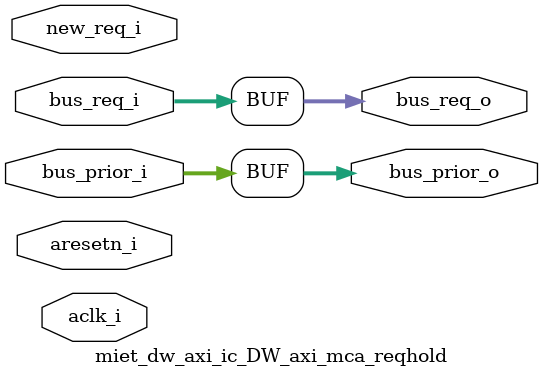
<source format=v>
/* ---------------------------------------------------------------------
**
// ------------------------------------------------------------------------------
// 
// Copyright 2001 - 2020 Synopsys, INC.
// 
// This Synopsys IP and all associated documentation are proprietary to
// Synopsys, Inc. and may only be used pursuant to the terms and conditions of a
// written license agreement with Synopsys, Inc. All other use, reproduction,
// modification, or distribution of the Synopsys IP or the associated
// documentation is strictly prohibited.
// 
// Component Name   : DW_axi
// Component Version: 4.04a
// Release Type     : GA
// ------------------------------------------------------------------------------

// 
// Release version :  4.04a
// File Version     :        $Revision: #9 $ 
// Revision: $Id: //dwh/DW_ocb/DW_axi/amba_dev/src/DW_axi_mca_reqhold.v#9 $ 
**
** ---------------------------------------------------------------------
**
** File     : DW_axi_mca_reqhold.v
//
//
** Created  : Tue May 24 17:09:09 MEST 2005
** Modified : $Date: 2020/03/22 $
** Abstract : This block performs the arbiter input signal holding for
**            any arbiter that has multi-cycle arbitration enabled.
**
** ---------------------------------------------------------------------
*/

`include "miet_dw_axi_ic_DW_axi_all_includes.vh"
module miet_dw_axi_ic_DW_axi_mca_reqhold (
  // Inputs - System.
  aclk_i,
  aresetn_i,

  // Inputs - Payload source.
  bus_req_i,
  bus_prior_i,
  
  // Inputs - Multi cycle arbitration control.
  new_req_i,

  // Outputs - Channel arbiter.
  bus_req_o,
  bus_prior_o
);

//----------------------------------------------------------------------
// MODULE PARAMETERS.
//----------------------------------------------------------------------
  parameter MCA_EN = 0; // 1 if multi cycle arbitration is enabled.

  parameter HOLD_PRIOR = 0; // 1 if this block should register priority
                            // values.
  
  parameter BUS_PRIOR_W = 0; // Width of priority input bus.

  parameter N = 2; // Numbre of request signals.

  parameter ARB_TYPE = 2; // Arbitration Type
       
//----------------------------------------------------------------------
// PORT DECLARATIONS
//----------------------------------------------------------------------
  // Inputs - System.
  input aclk_i;    // AXI system clock.
  input aresetn_i; // AXI system reset.

  // Inputs - Payload source.
  input [N-1:0]  bus_req_i; 
  input [BUS_PRIOR_W-1:0]  bus_prior_i; 

  // Inputs - Multi cycle arbitration control.
  input          new_req_i;

  // Outputs - Channel arbiter.
  output [N-1:0] bus_req_o; 
  output [BUS_PRIOR_W-1:0] bus_prior_o; 


  //--------------------------------------------------------------------
  // Register signals.
  //--------------------------------------------------------------------
  // Signal not used if MCA_EN is 0
  reg [N-1:0] bus_req_r;
  reg [N-1:0] new_req_r;
  reg [BUS_PRIOR_W-1:0] bus_prior_r;

  wire        new_req;


  //--------------------------------------------------------------------
  // Request hold and mux registers for request and priority signals.
  // Load registers with new request signals if new_req_i is 
  // asserted otherwise hold values.
  //--------------------------------------------------------------------
  assign bus_req_o = (MCA_EN == 0)
                     ? bus_req_i
         : bus_req_r;

  always @(posedge aclk_i or negedge aresetn_i)
  begin : bus_req_r_PROC
    if(!aresetn_i) begin
      bus_req_r <= {N{1'b0}};
      new_req_r <= {N{1'b0}};
    end else begin
      bus_req_r <= (new_req_i ? bus_req_i : bus_req_r);
      new_req_r <=  bus_req_i;
    end
  end // bus_req_r_PROC


  // Registering of priority signals is not required unless user has
  // chosen to register external priority signals.
  assign bus_prior_o = ((MCA_EN == 0) || (HOLD_PRIOR == 0 && ARB_TYPE != 4))
                       ? bus_prior_i
           : bus_prior_r;

  assign new_req = (|((bus_req_i ) & (~new_req_r)));

  always @(posedge aclk_i or negedge aresetn_i)
  begin : bus_prior_r_PROC
    if(!aresetn_i) begin
      bus_prior_r <= {BUS_PRIOR_W{1'b0}};
    end else begin
      bus_prior_r <= (new_req ? bus_prior_i : bus_prior_r);
    end
  end // bus_prior_r_PROC


endmodule

</source>
